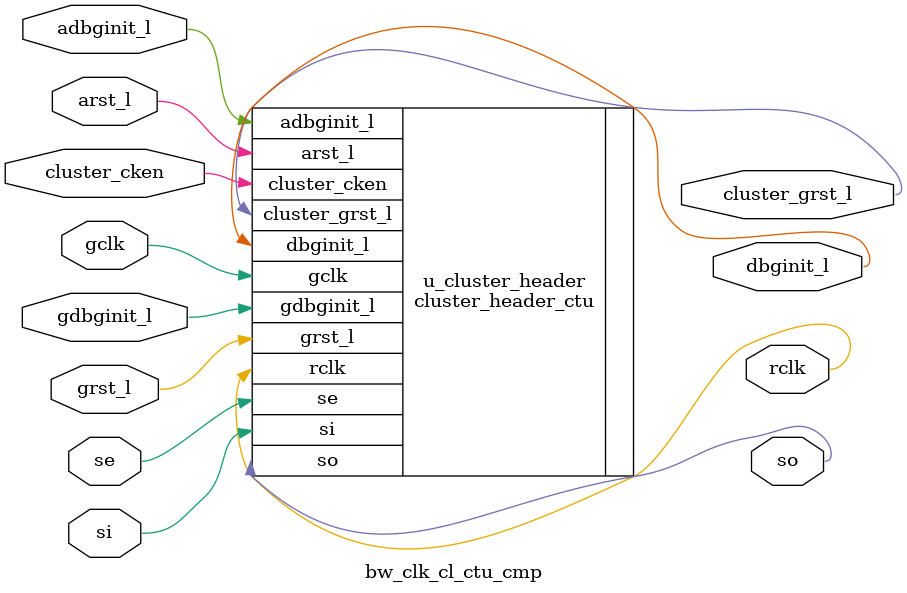
<source format=v>
module bw_clk_cl_ctu_cmp(/*AUTOARG*/
// Outputs
so, rclk, dbginit_l, cluster_grst_l, 
// Inputs
si, se, grst_l, gdbginit_l, gclk, cluster_cken, arst_l, adbginit_l
);

   /*AUTOINPUT*/
   // Beginning of automatic inputs (from unused autoinst inputs)
   input		adbginit_l;		// To u_cluster_header of cluster_header.v
   input		arst_l;			// To u_cluster_header of cluster_header.v
   input		cluster_cken;		// To u_cluster_header of cluster_header.v
   input		gclk;			// To u_cluster_header of cluster_header.v
   input		gdbginit_l;		// To u_cluster_header of cluster_header.v
   input		grst_l;			// To u_cluster_header of cluster_header.v
   input		se;			// To u_cluster_header of cluster_header.v
   input		si;			// To u_cluster_header of cluster_header.v
   // End of automatics
   /*AUTOOUTPUT*/
   // Beginning of automatic outputs (from unused autoinst outputs)
   output		cluster_grst_l;		// From u_cluster_header of cluster_header.v
   output		dbginit_l;		// From u_cluster_header of cluster_header.v
   output		rclk;			// From u_cluster_header of cluster_header.v
   output		so;			// From u_cluster_header of cluster_header.v
   // End of automatics

   cluster_header_ctu  u_cluster_header (/*AUTOINST*/
				    // Outputs
				    .dbginit_l(dbginit_l),
				    .cluster_grst_l(cluster_grst_l),
				    .rclk(rclk),
				    .so	(so),
				    // Inputs
				    .gclk(gclk),
				    .cluster_cken(cluster_cken),
				    .arst_l(arst_l),
				    .grst_l(grst_l),
				    .adbginit_l(adbginit_l),
				    .gdbginit_l(gdbginit_l),
				    .si	(si),
				    .se	(se));

endmodule // cluster_header

// Local Variables:
// verilog-library-directories:("." "../../../common/rtl")
// verilog-auto-sense-defines-constant:t
// End:


</source>
